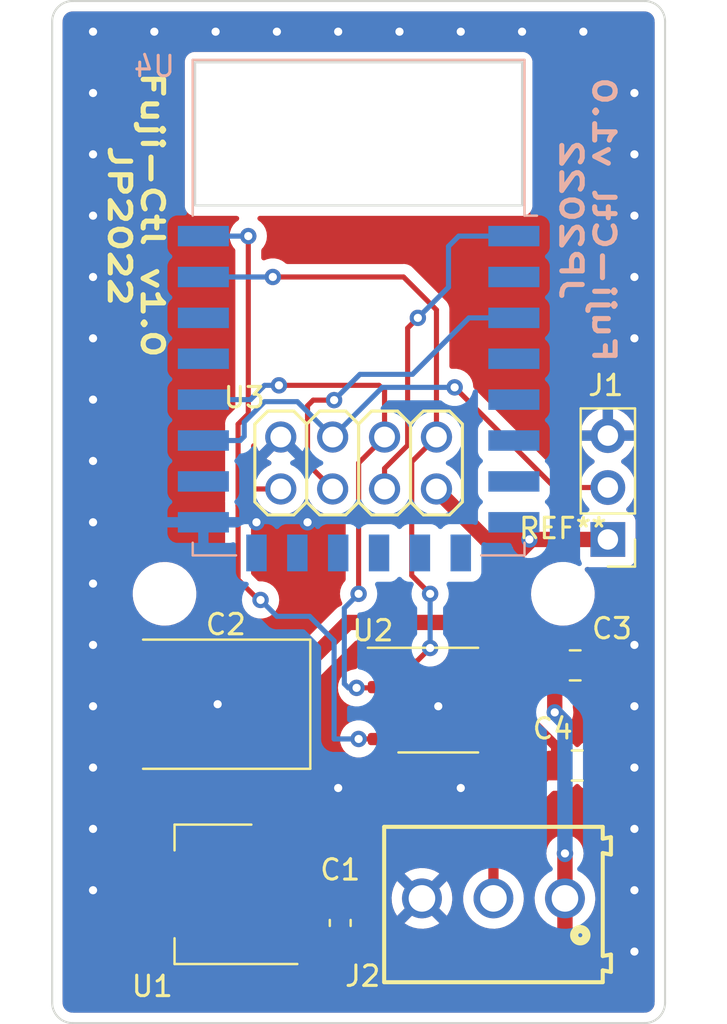
<source format=kicad_pcb>
(kicad_pcb (version 20211014) (generator pcbnew)
  (layers (0 "F.Cu" signal) (31 "B.Cu" signal) (34 "B.Paste" user) (35 "F.Paste" user) (36 "B.SilkS" user "B.Silkscreen") (37 "F.SilkS" user "F.Silkscreen") (38 "B.Mask" user) (39 "F.Mask" user) (44 "Edge.Cuts" user))
  (net 0 "")
  (net 1 "VIN")
  (net 2 "GND")
  (net 3 "3V3")
  (net 4 "Net-(C4-Pad1)")
  (net 5 "TX")
  (net 6 "SLP")
  (net 8 "RX")
  (net 10 "RST")
  (net 11 "CH_PD")
  (net 12 "DBG")
  (footprint "Connector_PinHeader_2.54mm:PinHeader_1x03_P2.54mm_Vertical" (layer "F.Cu") (at 66.2 54.34 180)
    (fp_text reference "J1" (at 0.1 7.54) (layer "F.SilkS"))
    (fp_text value "Conn_01x03")
    (fp_line (start 1.33 1.27) (end 1.33 6.41) (layer "F.SilkS") (width 0.12))
    (fp_line (start -1.33 0) (end -1.33 -1.33) (layer "F.SilkS") (width 0.12))
    (fp_line (start -1.33 1.27) (end 1.33 1.27) (layer "F.SilkS") (width 0.12))
    (fp_line (start -1.33 -1.33) (end 0 -1.33) (layer "F.SilkS") (width 0.12))
    (fp_line (start -1.33 1.27) (end -1.33 6.41) (layer "F.SilkS") (width 0.12))
    (fp_line (start -1.33 6.41) (end 1.33 6.41) (layer "F.SilkS") (width 0.12))
    (pad "1" thru_hole rect (at 0 0 180) (size 1.7 1.7) (drill 1) (layers *.Cu *.Mask) (net 3 "3V3"))
    (pad "2" thru_hole oval (at 0 2.54 180) (size 1.7 1.7) (drill 1) (layers *.Cu *.Mask) (net 12 "DBG"))
    (pad "3" thru_hole oval (at 0 5.08 180) (size 1.7 1.7) (drill 1) (layers *.Cu *.Mask) (net 2 "GND"))
  )
  (footprint "Capacitor_SMD:C_0805_2012Metric_Pad1.18x1.45mm_HandSolder" (layer "F.Cu") (at 64.7 65.4)
    (fp_text reference "C4" (at -1.2 -1.8) (layer "F.SilkS"))
    (fp_text value "220pF")
    (fp_line (start -0.261252 -0.735) (end 0.261252 -0.735) (layer "F.SilkS") (width 0.12))
    (fp_line (start -0.261252 0.735) (end 0.261252 0.735) (layer "F.SilkS") (width 0.12))
    (pad "1" smd roundrect (at -1.0375 0) (size 1.175 1.45) (layers "F.Cu" "F.Paste" "F.Mask") (roundrect_rratio 0.2127659574) (net 4 "Net-(C4-Pad1)"))
    (pad "2" smd roundrect (at 1.0375 0) (size 1.175 1.45) (layers "F.Cu" "F.Paste" "F.Mask") (roundrect_rratio 0.2127659574) (net 2 "GND"))
  )
  (footprint "Fuji-IoT:ESP-01" (layer "F.Cu") (at 54 50.6 180)
    (fp_text reference "U3" (at 5.6 3.2) (layer "F.SilkS"))
    (fp_text value "ESP-01")
    (fp_line (start 2.54 1.905) (end 3.175 2.54) (layer "F.SilkS") (width 0.1524))
    (fp_line (start 3.175 -2.54) (end 4.445 -2.54) (layer "F.SilkS") (width 0.1524))
    (fp_line (start 2.54 -1.905) (end 2.54 1.905) (layer "F.SilkS") (width 0.1524))
    (fp_line (start 0.635 2.54) (end 1.905 2.54) (layer "F.SilkS") (width 0.1524))
    (fp_line (start -5.08 1.905) (end -5.08 -1.905) (layer "F.SilkS") (width 0.1524))
    (fp_line (start -0.635 -2.54) (end 0 -1.905) (layer "F.SilkS") (width 0.1524))
    (fp_line (start 0.635 -2.54) (end 1.905 -2.54) (layer "F.SilkS") (width 0.1524))
    (fp_line (start 2.54 -1.905) (end 3.175 -2.54) (layer "F.SilkS") (width 0.1524))
    (fp_line (start 0 -1.905) (end 0 1.905) (layer "F.SilkS") (width 0.1524))
    (fp_line (start 0 -1.905) (end 0.635 -2.54) (layer "F.SilkS") (width 0.1524))
    (fp_line (start 1.905 -2.54) (end 2.54 -1.905) (layer "F.SilkS") (width 0.1524))
    (fp_line (start -3.175 -2.54) (end -2.54 -1.905) (layer "F.SilkS") (width 0.1524))
    (fp_line (start 1.905 2.54) (end 2.54 1.905) (layer "F.SilkS") (width 0.1524))
    (fp_line (start -4.445 2.54) (end -3.175 2.54) (layer "F.SilkS") (width 0.1524))
    (fp_line (start -3.175 2.54) (end -2.54 1.905) (layer "F.SilkS") (width 0.1524))
    (fp_line (start -2.54 1.905) (end -1.905 2.54) (layer "F.SilkS") (width 0.1524))
    (fp_line (start -1.905 2.54) (end -0.635 2.54) (layer "F.SilkS") (width 0.1524))
    (fp_line (start 0 1.905) (end 0.635 2.54) (layer "F.SilkS") (width 0.1524))
    (fp_line (start -2.54 -1.905) (end -1.905 -2.54) (layer "F.SilkS") (width 0.1524))
    (fp_line (start -4.445 -2.54) (end -3.175 -2.54) (layer "F.SilkS") (width 0.1524))
    (fp_line (start -5.08 -1.905) (end -4.445 -2.54) (layer "F.SilkS") (width 0.1524))
    (fp_line (start -0.635 2.54) (end 0 1.905) (layer "F.SilkS") (width 0.1524))
    (fp_line (start -1.905 -2.54) (end -0.635 -2.54) (layer "F.SilkS") (width 0.1524))
    (fp_line (start 4.445 2.54) (end 5.08 1.905) (layer "F.SilkS") (width 0.1524))
    (fp_line (start -5.08 1.905) (end -4.445 2.54) (layer "F.SilkS") (width 0.1524))
    (fp_line (start 4.445 -2.54) (end 5.08 -1.905) (layer "F.SilkS") (width 0.1524))
    (fp_line (start 5.08 -1.905) (end 5.08 1.905) (layer "F.SilkS") (width 0.1524))
    (fp_line (start 3.175 2.54) (end 4.445 2.54) (layer "F.SilkS") (width 0.1524))
    (fp_line (start -2.54 -1.905) (end -2.54 1.905) (layer "F.SilkS") (width 0.1524))
    (pad "1" thru_hole circle (at -3.81 1.27 180) (size 1.524 1.524) (drill 1.016) (layers *.Cu *.Mask) (net 8 "RX"))
    (pad "2" thru_hole circle (at -3.81 -1.27 180) (size 1.524 1.524) (drill 1.016) (layers *.Cu *.Mask) (net 3 "3V3"))
    (pad "3" thru_hole circle (at -1.27 1.27 180) (size 1.524 1.524) (drill 1.016) (layers *.Cu *.Mask) (net 6 "SLP"))
    (pad "4" thru_hole circle (at -1.27 -1.27 180) (size 1.524 1.524) (drill 1.016) (layers *.Cu *.Mask) (net 10 "RST"))
    (pad "5" thru_hole circle (at 1.27 1.27 180) (size 1.524 1.524) (drill 1.016) (layers *.Cu *.Mask) (net 12 "DBG"))
    (pad "6" thru_hole circle (at 1.27 -1.27 180) (size 1.524 1.524) (drill 1.016) (layers *.Cu *.Mask) (net 11 "CH_PD"))
    (pad "7" thru_hole circle (at 3.81 1.27 180) (size 1.524 1.524) (drill 1.016) (layers *.Cu *.Mask) (net 2 "GND"))
    (pad "8" thru_hole circle (at 3.81 -1.27 180) (size 1.524 1.524) (drill 1.016) (layers *.Cu *.Mask) (net 5 "TX"))
  )
  (footprint "Package_TO_SOT_SMD:SOT-223-3_TabPin2" (layer "F.Cu") (at 46.9 71.7 180)
    (fp_text reference "U1" (at 3 -4.5 180) (layer "F.SilkS"))
    (fp_text value "MIC5209-3.3YS")
    (fp_line (start -1.85 3.41) (end 1.91 3.41) (layer "F.SilkS") (width 0.12))
    (fp_line (start 1.91 3.41) (end 1.91 2.15) (layer "F.SilkS") (width 0.12))
    (fp_line (start -4.1 -3.41) (end 1.91 -3.41) (layer "F.SilkS") (width 0.12))
    (fp_line (start 1.91 -3.41) (end 1.91 -2.15) (layer "F.SilkS") (width 0.12))
    (pad "1" smd rect (at -3.15 -2.3 180) (size 2 1.5) (layers "F.Cu" "F.Paste" "F.Mask") (net 1 "VIN"))
    (pad "2" smd rect (at 3.15 0 180) (size 2 3.8) (layers "F.Cu" "F.Paste" "F.Mask") (net 2 "GND"))
    (pad "2" smd rect (at -3.15 0 180) (size 2 1.5) (layers "F.Cu" "F.Paste" "F.Mask") (net 2 "GND"))
    (pad "3" smd rect (at -3.15 2.3 180) (size 2 1.5) (layers "F.Cu" "F.Paste" "F.Mask") (net 3 "3V3"))
  )
  (footprint "MountingHole:MountingHole_2.1mm" (layer "F.Cu") (at 64 57)
    (fp_text reference "REF**" (at 0 -3.2) (layer "F.SilkS"))
    (fp_text value "MountingHole_2.1mm")
    (pad "" np_thru_hole circle (at 0 0) (size 2.1 2.1) (drill 2.1) (layers *.Cu *.Mask))
  )
  (footprint "Capacitor_SMD:C_0805_2012Metric_Pad1.18x1.45mm_HandSolder" (layer "F.Cu") (at 64.6 60.5)
    (fp_text reference "C3" (at 1.8 -1.8) (layer "F.SilkS"))
    (fp_text value "n.c")
    (fp_line (start -0.261252 -0.735) (end 0.261252 -0.735) (layer "F.SilkS") (width 0.12))
    (fp_line (start -0.261252 0.735) (end 0.261252 0.735) (layer "F.SilkS") (width 0.12))
    (pad "1" smd roundrect (at -1.0375 0) (size 1.175 1.45) (layers "F.Cu" "F.Paste" "F.Mask") (roundrect_rratio 0.2127659574) (net 1 "VIN"))
    (pad "2" smd roundrect (at 1.0375 0) (size 1.175 1.45) (layers "F.Cu" "F.Paste" "F.Mask") (roundrect_rratio 0.2127659574) (net 2 "GND"))
  )
  (footprint "Capacitor_Tantalum_SMD:CP_EIA-7361-438_AVX-U_Pad2.18x3.30mm_HandSolder" (layer "F.Cu") (at 47.1 62.4 180)
    (fp_text reference "C2" (at -0.4 3.9) (layer "F.SilkS"))
    (fp_text value "22uF")
    (fp_line (start 3.65 -3.16) (end -4.535 -3.16) (layer "F.SilkS") (width 0.12))
    (fp_line (start -4.535 -3.16) (end -4.535 3.16) (layer "F.SilkS") (width 0.12))
    (fp_line (start -4.535 3.16) (end 3.65 3.16) (layer "F.SilkS") (width 0.12))
    (pad "1" smd roundrect (at -3.1875 0 180) (size 2.175 3.3) (layers "F.Cu" "F.Paste" "F.Mask") (roundrect_rratio 0.1149429885) (net 3 "3V3"))
    (pad "2" smd roundrect (at 3.1875 0 180) (size 2.175 3.3) (layers "F.Cu" "F.Paste" "F.Mask") (roundrect_rratio 0.1149429885) (net 2 "GND"))
  )
  (footprint "Fuji-IoT:691214110003" (layer "F.Cu") (at 60.6 71.9 180)
    (fp_text reference "J2" (at 6.4 -3.8 180) (layer "F.SilkS"))
    (fp_text value "691214110003")
    (fp_line (start -5.75 -3.595) (end -5.35 -3.52) (layer "F.SilkS") (width 0.2))
    (fp_line (start -5.35 -2.82) (end -5.75 -2.745) (layer "F.SilkS") (width 0.2))
    (fp_line (start -5.35 2.22) (end -5.35 -2.82) (layer "F.SilkS") (width 0.2))
    (fp_line (start -5.35 -3.52) (end -5.35 -4.1) (layer "F.SilkS") (width 0.2))
    (fp_line (start -5.35 -4.1) (end 5.35 -4.1) (layer "F.SilkS") (width 0.2))
    (fp_line (start 5.35 -4.1) (end 5.35 3.5) (layer "F.SilkS") (width 0.2))
    (fp_line (start 5.35 3.5) (end -5.35 3.5) (layer "F.SilkS") (width 0.2))
    (fp_line (start -5.35 3.5) (end -5.35 2.92) (layer "F.SilkS") (width 0.2))
    (fp_line (start -5.75 2.145) (end -5.35 2.22) (layer "F.SilkS") (width 0.2))
    (fp_line (start -5.75 -2.745) (end -5.75 -3.595) (layer "F.SilkS") (width 0.2))
    (fp_line (start -5.75 2.995) (end -5.75 2.145) (layer "F.SilkS") (width 0.2))
    (fp_line (start -5.35 2.92) (end -5.75 2.995) (layer "F.SilkS") (width 0.2))
    (fp_circle (center -4.25 -1.8) (end -4.15 -1.8) (layer "F.SilkS") (width 0.4) (fill none))
    (pad "1" thru_hole circle locked (at -3.5 0 180) (size 1.95 1.95) (drill 1.3) (layers *.Cu *.Mask) (net 1 "VIN"))
    (pad "2" thru_hole circle locked (at 0 0 180) (size 1.95 1.95) (drill 1.3) (layers *.Cu *.Mask) (net 4 "Net-(C4-Pad1)"))
    (pad "3" thru_hole circle locked (at 3.5 0 180) (size 1.95 1.95) (drill 1.3) (layers *.Cu *.Mask) (net 2 "GND"))
  )
  (footprint "Package_SO:SOIC-8_3.9x4.9mm_P1.27mm" (layer "F.Cu") (at 57.9 62.2)
    (fp_text reference "U2" (at -3.2 -3.4) (layer "F.SilkS"))
    (fp_text value "TJA1029T")
    (fp_line (start 0 -2.56) (end 1.95 -2.56) (layer "F.SilkS") (width 0.12))
    (fp_line (start 0 -2.56) (end -3.45 -2.56) (layer "F.SilkS") (width 0.12))
    (fp_line (start 0 2.56) (end 1.95 2.56) (layer "F.SilkS") (width 0.12))
    (fp_line (start 0 2.56) (end -1.95 2.56) (layer "F.SilkS") (width 0.12))
    (pad "1" smd roundrect (at -2.475 -1.905) (size 1.95 0.6) (layers "F.Cu" "F.Paste" "F.Mask") (net 8 "RX"))
    (pad "2" smd roundrect (at -2.475 -0.635) (size 1.95 0.6) (layers "F.Cu" "F.Paste" "F.Mask") (net 6 "SLP"))
    (pad "3" smd roundrect (at -2.475 0.635) (size 1.95 0.6) (layers "F.Cu" "F.Paste" "F.Mask"))
    (pad "4" smd roundrect (at -2.475 1.905) (size 1.95 0.6) (layers "F.Cu" "F.Paste" "F.Mask") (net 5 "TX"))
    (pad "5" smd roundrect (at 2.475 1.905) (size 1.95 0.6) (layers "F.Cu" "F.Paste" "F.Mask") (net 2 "GND"))
    (pad "6" smd roundrect (at 2.475 0.635) (size 1.95 0.6) (layers "F.Cu" "F.Paste" "F.Mask") (net 4 "Net-(C4-Pad1)"))
    (pad "7" smd roundrect (at 2.475 -0.635) (size 1.95 0.6) (layers "F.Cu" "F.Paste" "F.Mask") (net 1 "VIN"))
    (pad "8" smd roundrect (at 2.475 -1.905) (size 1.95 0.6) (layers "F.Cu" "F.Paste" "F.Mask"))
  )
  (footprint "Capacitor_SMD:C_0603_1608Metric_Pad1.08x0.95mm_HandSolder" (layer "F.Cu") (at 53.1 73.1 90)
    (fp_text reference "C1" (at 2.6 0 180) (layer "F.SilkS"))
    (fp_text value "0.1uF")
    (fp_line (start -0.146267 -0.51) (end 0.146267 -0.51) (layer "F.SilkS") (width 0.12))
    (fp_line (start -0.146267 0.51) (end 0.146267 0.51) (layer "F.SilkS") (width 0.12))
    (pad "1" smd roundrect (at -0.8625 0 90) (size 1.075 0.95) (layers "F.Cu" "F.Paste" "F.Mask") (net 1 "VIN"))
    (pad "2" smd roundrect (at 0.8625 0 90) (size 1.075 0.95) (layers "F.Cu" "F.Paste" "F.Mask") (net 2 "GND"))
  )
  (footprint "MountingHole:MountingHole_2.1mm" (layer "F.Cu") (at 44.5 57)
    (fp_text reference "REF**" hide)
    (fp_text value "MountingHole_2.1mm")
    (pad "" np_thru_hole circle (at 0 0) (size 2.1 2.1) (drill 2.1) (layers *.Cu *.Mask))
  )
  (footprint "Fiducial:Fiducial_0.5mm_Mask1.5mm" (layer "F.Cu") (at 67 30)
    (fp_text reference "FID1" hide)
    (fp_text value "Fiducial")
    (pad "" smd circle (at 0 0) (size 0.5 0.5) (layers "F.Cu" "F.Mask") (clearance 0.5))
  )
  (footprint "Fiducial:Fiducial_0.5mm_Mask1.5mm" (layer "F.Cu") (at 41 76)
    (fp_text reference "FID2" hide)
    (fp_text value "Fiducial")
    (pad "" smd circle (at 0 0) (size 0.5 0.5) (layers "F.Cu" "F.Mask") (clearance 0.5))
  )
  (footprint "RF_Module:ESP-12E" (layer "B.Cu") (at 54 43 180)
    (fp_text reference "U4" (at 10 11.8) (layer "B.SilkS") (effects (justify mirror)))
    (fp_text value "ESP-12F")
    (fp_line (start -8.12 -12.12) (end -8.12 -11.5) (layer "B.SilkS") (width 0.12))
    (fp_line (start 8.12 -11.5) (end 8.12 -12.12) (layer "B.SilkS") (width 0.12))
    (fp_line (start -6 -12.12) (end -8.12 -12.12) (layer "B.SilkS") (width 0.12))
    (fp_line (start 8.12 -12.12) (end 6 -12.12) (layer "B.SilkS") (width 0.12))
    (fp_line (start -8.12 12.12) (end 8.12 12.12) (layer "B.SilkS") (width 0.12))
    (fp_line (start -8.12 4.5) (end -8.12 12.12) (layer "B.SilkS") (width 0.12))
    (fp_line (start 8.12 12.12) (end 8.12 4.5) (layer "B.SilkS") (width 0.12))
    (fp_line (start -8.12 4.5) (end -8.73 4.5) (layer "B.SilkS") (width 0.12))
    (pad "1" smd rect (at -7.6 3.5 180) (size 2.5 1) (layers "B.Cu" "B.Paste" "B.Mask") (net 10 "RST"))
    (pad "2" smd rect (at -7.6 1.5 180) (size 2.5 1) (layers "B.Cu" "B.Paste" "B.Mask"))
    (pad "3" smd rect (at -7.6 -0.5 180) (size 2.5 1) (layers "B.Cu" "B.Paste" "B.Mask") (net 11 "CH_PD"))
    (pad "4" smd rect (at -7.6 -2.5 180) (size 2.5 1) (layers "B.Cu" "B.Paste" "B.Mask"))
    (pad "5" smd rect (at -7.6 -4.5 180) (size 2.5 1) (layers "B.Cu" "B.Paste" "B.Mask"))
    (pad "6" smd rect (at -7.6 -6.5 180) (size 2.5 1) (layers "B.Cu" "B.Paste" "B.Mask"))
    (pad "7" smd rect (at -7.6 -8.5 180) (size 2.5 1) (layers "B.Cu" "B.Paste" "B.Mask"))
    (pad "8" smd rect (at -7.6 -10.5 180) (size 2.5 1) (layers "B.Cu" "B.Paste" "B.Mask") (net 3 "3V3"))
    (pad "9" smd rect (at -5 -12 180) (size 1 1.8) (layers "B.Cu" "B.Paste" "B.Mask"))
    (pad "10" smd rect (at -3 -12 180) (size 1 1.8) (layers "B.Cu" "B.Paste" "B.Mask"))
    (pad "11" smd rect (at -1 -12 180) (size 1 1.8) (layers "B.Cu" "B.Paste" "B.Mask"))
    (pad "12" smd rect (at 1 -12 180) (size 1 1.8) (layers "B.Cu" "B.Paste" "B.Mask"))
    (pad "13" smd rect (at 3 -12 180) (size 1 1.8) (layers "B.Cu" "B.Paste" "B.Mask"))
    (pad "14" smd rect (at 5 -12 180) (size 1 1.8) (layers "B.Cu" "B.Paste" "B.Mask"))
    (pad "15" smd rect (at 7.6 -10.5 180) (size 2.5 1) (layers "B.Cu" "B.Paste" "B.Mask") (net 2 "GND"))
    (pad "16" smd rect (at 7.6 -8.5 180) (size 2.5 1) (layers "B.Cu" "B.Paste" "B.Mask"))
    (pad "17" smd rect (at 7.6 -6.5 180) (size 2.5 1) (layers "B.Cu" "B.Paste" "B.Mask") (net 12 "DBG"))
    (pad "18" smd rect (at 7.6 -4.5 180) (size 2.5 1) (layers "B.Cu" "B.Paste" "B.Mask") (net 6 "SLP"))
    (pad "19" smd rect (at 7.6 -2.5 180) (size 2.5 1) (layers "B.Cu" "B.Paste" "B.Mask"))
    (pad "20" smd rect (at 7.6 -0.5 180) (size 2.5 1) (layers "B.Cu" "B.Paste" "B.Mask"))
    (pad "21" smd rect (at 7.6 1.5 180) (size 2.5 1) (layers "B.Cu" "B.Paste" "B.Mask") (net 8 "RX"))
    (pad "22" smd rect (at 7.6 3.5 180) (size 2.5 1) (layers "B.Cu" "B.Paste" "B.Mask") (net 5 "TX"))
    (zone (net 0) (net_name "") (layers *.Cu) (connect_pads (clearance 0)) (min_thickness 0.254)
      (keepout (tracks not_allowed) (vias not_allowed) (pads not_allowed) (copperpour not_allowed) (footprints not_allowed))
      (fill (thermal_gap 0.508) (thermal_bridge_width 0.508))
      (polygon (pts (xy 62.12 38.2) (xy 45.88 38.2) (xy 45.88 30.88) (xy 62.12 30.88)))
    )
  )
  (gr_line (start 39 77) (end 39 29) (layer "Edge.Cuts") (width 0.1))
  (gr_line (start 68 78) (end 40 78) (layer "Edge.Cuts") (width 0.1))
  (gr_line (start 62 38) (end 62 31) (layer "Edge.Cuts") (width 0.1))
  (gr_arc (start 68 28) (mid 68.707107 28.292893) (end 69 29) (layer "Edge.Cuts") (width 0.1))
  (gr_arc (start 69 77) (mid 68.707107 77.707107) (end 68 78) (layer "Edge.Cuts") (width 0.1))
  (gr_line (start 69 29) (end 69 77) (layer "Edge.Cuts") (width 0.1))
  (gr_arc (start 40 78) (mid 39.292893 77.707107) (end 39 77) (layer "Edge.Cuts") (width 0.1))
  (gr_line (start 46 38) (end 62 38) (layer "Edge.Cuts") (width 0.1))
  (gr_arc (start 39 29) (mid 39.292893 28.292893) (end 40 28) (layer "Edge.Cuts") (width 0.1))
  (gr_line (start 62 31) (end 46 31) (layer "Edge.Cuts") (width 0.1))
  (gr_line (start 40 28) (end 68 28) (layer "Edge.Cuts") (width 0.1))
  (gr_line (start 46 31) (end 46 38) (layer "Edge.Cuts") (width 0.1))
  (gr_text "Fuji-Ctl v1.0\nJP2022" (at 65.2 38.7 270) (layer "B.SilkS") (effects (font (size 1 1.4) (thickness 0.25)) (justify mirror)))
  (gr_text "Fuji-Ctl v1.0 \nJP2022" (at 43.1 39 270) (layer "F.SilkS") (effects (font (size 1 1.4) (thickness 0.25))))
  (segment (start 64.1 71.9) (end 64.1 75) (width 0.75) (layer "F.Cu") (net 1))
  (segment (start 63.6 60.5375) (end 63.5625 60.5) (width 0.75) (layer "F.Cu") (net 1))
  (segment (start 63.6 62.8) (end 63.6 61.3) (width 0.75) (layer "F.Cu") (net 1))
  (segment (start 53.6 75.5) (end 53.1 75) (width 0.75) (layer "F.Cu") (net 1))
  (segment (start 63.6 75.5) (end 53.6 75.5) (width 0.75) (layer "F.Cu") (net 1))
  (segment (start 53.1 75) (end 53.1 73.9625) (width 0.75) (layer "F.Cu") (net 1))
  (segment (start 63.6 61.3) (end 63.6 60.5375) (width 0.75) (layer "F.Cu") (net 1))
  (segment (start 53.0625 74) (end 53.1 73.9625) (width 0.75) (layer "F.Cu") (net 1))
  (segment (start 50.05 74) (end 53.0625 74) (width 0.75) (layer "F.Cu") (net 1))
  (segment (start 60.375 61.565) (end 63.335 61.565) (width 0.5) (layer "F.Cu") (net 1))
  (segment (start 64.1 71.9) (end 64.1 69.7) (width 0.75) (layer "F.Cu") (net 1))
  (segment (start 64.1 75) (end 63.6 75.5) (width 0.75) (layer "F.Cu") (net 1))
  (segment (start 63.335 61.565) (end 63.6 61.3) (width 0.5) (layer "F.Cu") (net 1))
  (via (at 63.6 62.8) (size 0.8) (drill 0.4) (layers "F.Cu" "B.Cu") (net 1))
  (via (at 64.1 69.7) (size 0.8) (drill 0.4) (layers "F.Cu" "B.Cu") (net 1))
  (segment (start 64.1 69.75) (end 64.1 63.35) (width 0.75) (layer "B.Cu") (net 1))
  (segment (start 64.1 63.3) (end 63.6 62.8) (width 0.75) (layer "B.Cu") (net 1))
  (via (at 51.5 53.5) (size 0.8) (drill 0.4) (layers "F.Cu" "B.Cu") (net 2))
  (via (at 41 71.5) (size 0.8) (drill 0.4) (layers "F.Cu" "B.Cu") (net 2))
  (via (at 41 56.5) (size 0.8) (drill 0.4) (layers "F.Cu" "B.Cu") (net 2))
  (via (at 67.5 68.5) (size 0.8) (drill 0.4) (layers "F.Cu" "B.Cu") (net 2))
  (via (at 67.5 35.5) (size 0.8) (drill 0.4) (layers "F.Cu" "B.Cu") (net 2))
  (via (at 67.5 59.5) (size 0.8) (drill 0.4) (layers "F.Cu" "B.Cu") (net 2))
  (via (at 67.5 38.5) (size 0.8) (drill 0.4) (layers "F.Cu" "B.Cu") (net 2))
  (via (at 67.5 71.5) (size 0.8) (drill 0.4) (layers "F.Cu" "B.Cu") (net 2))
  (via (at 41 32.5) (size 0.8) (drill 0.4) (layers "F.Cu" "B.Cu") (net 2))
  (via (at 41 41.5) (size 0.8) (drill 0.4) (layers "F.Cu" "B.Cu") (net 2))
  (via (at 62 29.5) (size 0.8) (drill 0.4) (layers "F.Cu" "B.Cu") (net 2))
  (via (at 47 29.5) (size 0.8) (drill 0.4) (layers "F.Cu" "B.Cu") (net 2))
  (via (at 53 66.5) (size 0.8) (drill 0.4) (layers "F.Cu" "B.Cu") (net 2))
  (via (at 59 29.5) (size 0.8) (drill 0.4) (layers "F.Cu" "B.Cu") (net 2))
  (via (at 41 50.5) (size 0.8) (drill 0.4) (layers "F.Cu" "B.Cu") (net 2))
  (via (at 47.1 62.4) (size 0.8) (drill 0.4) (layers "F.Cu" "B.Cu") (net 2))
  (via (at 56 29.5) (size 0.8) (drill 0.4) (layers "F.Cu" "B.Cu") (net 2))
  (via (at 41 38.5) (size 0.8) (drill 0.4) (layers "F.Cu" "B.Cu") (net 2))
  (via (at 67.5 65.5) (size 0.8) (drill 0.4) (layers "F.Cu" "B.Cu") (net 2))
  (via (at 41 59.5) (size 0.8) (drill 0.4) (layers "F.Cu" "B.Cu") (net 2))
  (via (at 67.5 62.5) (size 0.8) (drill 0.4) (layers "F.Cu" "B.Cu") (net 2))
  (via (at 59 66.5) (size 0.8) (drill 0.4) (layers "F.Cu" "B.Cu") (net 2))
  (via (at 67.5 41.5) (size 0.8) (drill 0.4) (layers "F.Cu" "B.Cu") (net 2))
  (via (at 44 29.5) (size 0.8) (drill 0.4) (layers "F.Cu" "B.Cu") (net 2))
  (via (at 53 29.5) (size 0.8) (drill 0.4) (layers "F.Cu" "B.Cu") (net 2))
  (via (at 49 53.5) (size 0.8) (drill 0.4) (layers "F.Cu" "B.Cu") (net 2))
  (via (at 41 65.5) (size 0.8) (drill 0.4) (layers "F.Cu" "B.Cu") (net 2))
  (via (at 67.5 44.5) (size 0.8) (drill 0.4) (layers "F.Cu" "B.Cu") (net 2))
  (via (at 41 35.5) (size 0.8) (drill 0.4) (layers "F.Cu" "B.Cu") (net 2))
  (via (at 41 29.5) (size 0.8) (drill 0.4) (layers "F.Cu" "B.Cu") (net 2))
  (via (at 41 68.5) (size 0.8) (drill 0.4) (layers "F.Cu" "B.Cu") (net 2))
  (via (at 41 44.5) (size 0.8) (drill 0.4) (layers "F.Cu" "B.Cu") (net 2))
  (via (at 67.5 74.5) (size 0.8) (drill 0.4) (layers "F.Cu" "B.Cu") (net 2))
  (via (at 41 53.5) (size 0.8) (drill 0.4) (layers "F.Cu" "B.Cu") (net 2))
  (via (at 65 29.5) (size 0.8) (drill 0.4) (layers "F.Cu" "B.Cu") (net 2))
  (via (at 67.5 32.5) (size 0.8) (drill 0.4) (layers "F.Cu" "B.Cu") (net 2))
  (via (at 50 29.5) (size 0.8) (drill 0.4) (layers "F.Cu" "B.Cu") (net 2))
  (via (at 57.9 62.5) (size 0.8) (drill 0.4) (layers "F.Cu" "B.Cu") (net 2))
  (via (at 41 47.5) (size 0.8) (drill 0.4) (layers "F.Cu" "B.Cu") (net 2))
  (via (at 41 62.5) (size 0.8) (drill 0.4) (layers "F.Cu" "B.Cu") (net 2))
  (segment (start 60.24 54.34) (end 57.81 51.91) (width 0.75) (layer "F.Cu") (net 3))
  (segment (start 62.36 54.34) (end 66.2 54.34) (width 0.75) (layer "F.Cu") (net 3))
  (segment (start 62.36 54.44) (end 62.36 54.34) (width 0.75) (layer "F.Cu") (net 3))
  (segment (start 53.4875 58.4) (end 58.3 58.4) (width 0.75) (layer "F.Cu") (net 3))
  (segment (start 58.4 58.4) (end 62.36 54.44) (width 0.75) (layer "F.Cu") (net 3))
  (segment (start 50.2875 62.4) (end 50.2875 69.1625) (width 0.75) (layer "F.Cu") (net 3))
  (segment (start 62.36 54.34) (end 60.24 54.34) (width 0.75) (layer "F.Cu") (net 3))
  (segment (start 50.2875 61.6) (end 53.4875 58.4) (width 0.75) (layer "F.Cu") (net 3))
  (segment (start 57.81 51.91) (end 57.81 51.87) (width 0.75) (layer "F.Cu") (net 3))
  (segment (start 50.2875 69.1625) (end 50.05 69.4) (width 0.75) (layer "F.Cu") (net 3))
  (via (at 62.36 54.34) (size 0.8) (drill 0.4) (layers "F.Cu" "B.Cu") (net 3))
  (segment (start 60.6 71.9) (end 60.6 68.4625) (width 0.5) (layer "F.Cu") (net 4))
  (segment (start 63.6625 64.4625) (end 63.6625 65.4) (width 0.5) (layer "F.Cu") (net 4))
  (segment (start 60.6 68.4625) (end 63.6625 65.4) (width 0.5) (layer "F.Cu") (net 4))
  (segment (start 60.375 62.835) (end 62.035 62.835) (width 0.5) (layer "F.Cu") (net 4))
  (segment (start 62.035 62.835) (end 63.6625 64.4625) (width 0.5) (layer "F.Cu") (net 4))
  (segment (start 54 64.1) (end 55.42 64.1) (width 0.25) (layer "F.Cu") (net 5))
  (segment (start 48.1 48.7) (end 48.1 52.7) (width 0.25) (layer "F.Cu") (net 5))
  (segment (start 48.73 51.87) (end 50.19 51.87) (width 0.25) (layer "F.Cu") (net 5))
  (segment (start 48.6 39.5) (end 48.6 48.2) (width 0.25) (layer "F.Cu") (net 5))
  (segment (start 48.1 52.7) (end 48.1 52.5) (width 0.25) (layer "F.Cu") (net 5))
  (segment (start 55.42 64.1) (end 55.425 64.105) (width 0.25) (layer "F.Cu") (net 5))
  (segment (start 48.6 48.2) (end 48.1 48.7) (width 0.25) (layer "F.Cu") (net 5))
  (segment (start 49.1 57.3) (end 49.2 57.3) (width 0.25) (layer "F.Cu") (net 5))
  (segment (start 48.1 56.3) (end 49.1 57.3) (width 0.25) (layer "F.Cu") (net 5))
  (segment (start 48.1 52.5) (end 48.73 51.87) (width 0.25) (layer "F.Cu") (net 5))
  (segment (start 48.1 52.7) (end 48.1 56.3) (width 0.25) (layer "F.Cu") (net 5))
  (via (at 54 64.1) (size 0.8) (drill 0.4) (layers "F.Cu" "B.Cu") (net 5))
  (via (at 48.6 39.5) (size 0.8) (drill 0.4) (layers "F.Cu" "B.Cu") (net 5))
  (via (at 49.2 57.3) (size 0.8) (drill 0.4) (layers "F.Cu" "B.Cu") (net 5))
  (segment (start 50 58.1) (end 51.6 58.1) (width 0.25) (layer "B.Cu") (net 5))
  (segment (start 49.2 57.3) (end 50 58.1) (width 0.25) (layer "B.Cu") (net 5))
  (segment (start 48.6 39.5) (end 46.4 39.5) (width 0.25) (layer "B.Cu") (net 5))
  (segment (start 51.6 58.1) (end 52.8 59.3) (width 0.25) (layer "B.Cu") (net 5))
  (segment (start 52.8 64.1) (end 54 64.1) (width 0.25) (layer "B.Cu") (net 5))
  (segment (start 52.8 59.3) (end 52.8 64.1) (width 0.25) (layer "B.Cu") (net 5))
  (segment (start 55.27 47.07) (end 55.27 49.33) (width 0.25) (layer "F.Cu") (net 6))
  (segment (start 55.39 61.6) (end 55.425 61.565) (width 0.25) (layer "F.Cu") (net 6))
  (segment (start 53.9 61.6) (end 55.39 61.6) (width 0.25) (layer "F.Cu") (net 6))
  (segment (start 50.1 46.8) (end 55 46.8) (width 0.25) (layer "F.Cu") (net 6))
  (segment (start 54 57) (end 54 50.6) (width 0.25) (layer "F.Cu") (net 6))
  (segment (start 55 46.8) (end 55.27 47.07) (width 0.25) (layer "F.Cu") (net 6))
  (segment (start 54 50.6) (end 55.27 49.33) (width 0.25) (layer "F.Cu") (net 6))
  (via (at 53.9 61.6) (size 0.8) (drill 0.4) (layers "F.Cu" "B.Cu") (net 6))
  (via (at 54 57) (size 0.8) (drill 0.4) (layers "F.Cu" "B.Cu") (net 6))
  (via (at 50.1 46.8) (size 0.8) (drill 0.4) (layers "F.Cu" "B.Cu") (net 6))
  (segment (start 53.5 61.6) (end 53.9 61.6) (width 0.25) (layer "B.Cu") (net 6))
  (segment (start 49.3 46.9) (end 49.4 46.8) (width 0.25) (layer "B.Cu") (net 6))
  (segment (start 53.3 57.7) (end 53.3 61.4) (width 0.25) (layer "B.Cu") (net 6))
  (segment (start 48.7 47.5) (end 49.3 46.9) (width 0.25) (layer "B.Cu") (net 6))
  (segment (start 54 57) (end 53.3 57.7) (width 0.25) (layer "B.Cu") (net 6))
  (segment (start 46.4 47.5) (end 48.7 47.5) (width 0.25) (layer "B.Cu") (net 6))
  (segment (start 53.3 61.4) (end 53.5 61.6) (width 0.25) (layer "B.Cu") (net 6))
  (segment (start 49.4 46.8) (end 50.1 46.8) (width 0.25) (layer "B.Cu") (net 6))
  (segment (start 57.81 43.11) (end 57.81 49.33) (width 0.25) (layer "F.Cu") (net 8))
  (segment (start 57.5 59.65) (end 56.855 60.295) (width 0.25) (layer "F.Cu") (net 8))
  (segment (start 49.8 41.5) (end 56.2 41.5) (width 0.25) (layer "F.Cu") (net 8))
  (segment (start 56.855 60.295) (end 55.425 60.295) (width 0.25) (layer "F.Cu") (net 8))
  (segment (start 56.6 56.1) (end 57.5 57) (width 0.25) (layer "F.Cu") (net 8))
  (segment (start 56.6 50.54) (end 57.81 49.33) (width 0.25) (layer "F.Cu") (net 8))
  (segment (start 56.6 50.54) (end 56.6 56.1) (width 0.25) (layer "F.Cu") (net 8))
  (segment (start 56.2 41.5) (end 57.81 43.11) (width 0.25) (layer "F.Cu") (net 8))
  (via (at 57.5 59.65) (size 0.8) (drill 0.4) (layers "F.Cu" "B.Cu") (net 8))
  (via (at 49.8 41.5) (size 0.8) (drill 0.4) (layers "F.Cu" "B.Cu") (net 8))
  (via (at 57.5 57) (size 0.8) (drill 0.4) (layers "F.Cu" "B.Cu") (net 8))
  (segment (start 57.5 59.65) (end 57.5 57) (width 0.25) (layer "B.Cu") (net 8))
  (segment (start 46.4 41.5) (end 49.8 41.5) (width 0.25) (layer "B.Cu") (net 8))
  (segment (start 55.27 50.86656) (end 56.4 49.73656) (width 0.25) (layer "F.Cu") (net 10))
  (segment (start 56.4 49.73656) (end 56.4 44) (width 0.25) (layer "F.Cu") (net 10))
  (segment (start 55.27 51.87) (end 55.27 50.86656) (width 0.25) (layer "F.Cu") (net 10))
  (segment (start 56.4 44) (end 56.9 43.5) (width 0.25) (layer "F.Cu") (net 10))
  (via (at 56.9 43.5) (size 0.8) (drill 0.4) (layers "F.Cu" "B.Cu") (net 10))
  (segment (start 56.9 43.5) (end 58.4 42) (width 0.25) (layer "B.Cu") (net 10))
  (segment (start 58.9 39.5) (end 61.6 39.5) (width 0.25) (layer "B.Cu") (net 10))
  (segment (start 58.4 42) (end 58.4 40) (width 0.25) (layer "B.Cu") (net 10))
  (segment (start 58.4 40) (end 58.9 39.5) (width 0.25) (layer "B.Cu") (net 10))
  (segment (start 51.7755 47.5245) (end 52.8 47.5245) (width 0.25) (layer "F.Cu") (net 11))
  (segment (start 52.73 51.87) (end 51.5 50.64) (width 0.25) (layer "F.Cu") (net 11))
  (segment (start 51.5 47.8) (end 51.7755 47.5245) (width 0.25) (layer "F.Cu") (net 11))
  (segment (start 51.5 50.64) (end 51.5 47.8) (width 0.25) (layer "F.Cu") (net 11))
  (via (at 52.8 47.5245) (size 0.8) (drill 0.4) (layers "F.Cu" "B.Cu") (net 11))
  (segment (start 56.63775 46.26225) (end 54.06225 46.26225) (width 0.25) (layer "B.Cu") (net 11))
  (segment (start 59.4 43.5) (end 56.63775 46.26225) (width 0.25) (layer "B.Cu") (net 11))
  (segment (start 52.8 47.5245) (end 54.06225 46.26225) (width 0.25) (layer "B.Cu") (net 11))
  (segment (start 61.6 43.5) (end 59.4 43.5) (width 0.25) (layer "B.Cu") (net 11))
  (segment (start 58.7 46.9) (end 63.6 51.8) (width 0.25) (layer "F.Cu") (net 12))
  (segment (start 63.6 51.8) (end 66.2 51.8) (width 0.25) (layer "F.Cu") (net 12))
  (via (at 58.7 46.9) (size 0.8) (drill 0.4) (layers "F.Cu" "B.Cu") (net 12))
  (segment (start 58.7 46.9) (end 55.16 46.9) (width 0.25) (layer "B.Cu") (net 12))
  (segment (start 48.2 49.5) (end 48.4 49.3) (width 0.25) (layer "B.Cu") (net 12))
  (segment (start 48.4 48.6) (end 49.4 47.6) (width 0.25) (layer "B.Cu") (net 12))
  (segment (start 51 47.6) (end 52.73 49.33) (width 0.25) (layer "B.Cu") (net 12))
  (segment (start 55.16 46.9) (end 52.73 49.33) (width 0.25) (layer "B.Cu") (net 12))
  (segment (start 49.4 47.6) (end 51 47.6) (width 0.25) (layer "B.Cu") (net 12))
  (segment (start 48.4 49.3) (end 48.4 48.6) (width 0.25) (layer "B.Cu") (net 12))
  (segment (start 46.4 49.5) (end 48.2 49.5) (width 0.25) (layer "B.Cu") (net 12))
  (zone (net 2) (net_name "GND") (layers F&B.Cu) (connect_pads (clearance 0.508)) (min_thickness 0.254) (fill yes (thermal_gap 0.508) (thermal_bridge_width 0.508))
    (polygon (pts (xy 69.1 78) (xy 39.1 78) (xy 39.1 28) (xy 69.1 28)))
  )
)
</source>
